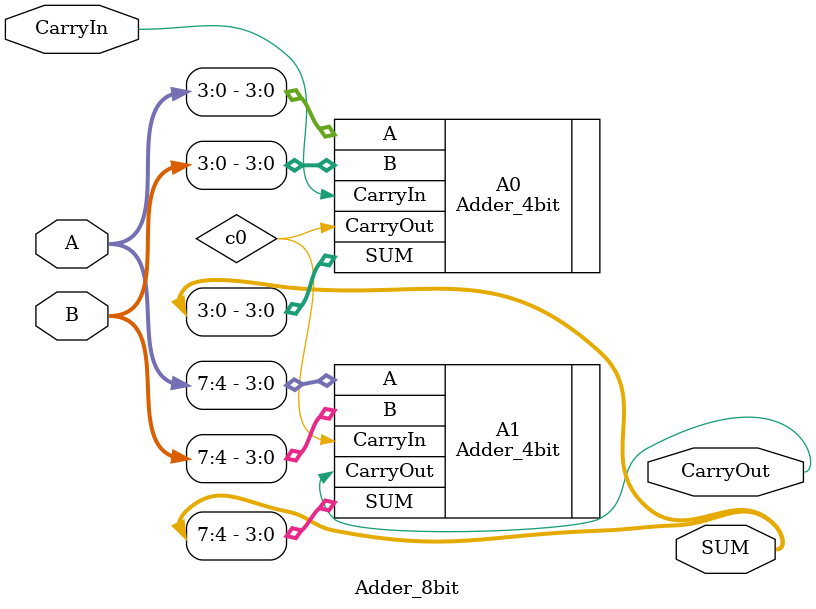
<source format=v>

`include "Adder_4bit.v"

module Adder_8bit(A,B,CarryIn,SUM,CarryOut);
	input [7:0] A,B;
	input CarryIn;
	output [7:0] SUM;
	output CarryOut;
	wire c0;
	
	Adder_4bit A0(.A(A[3:0]),.B(B[3:0]),.CarryIn(CarryIn),.SUM(SUM[3:0]),.CarryOut(c0));
	Adder_4bit A1(.A(A[7:4]),.B(B[7:4]),.CarryIn(c0),.SUM(SUM[7:4]),.CarryOut(CarryOut));
	
endmodule
</source>
